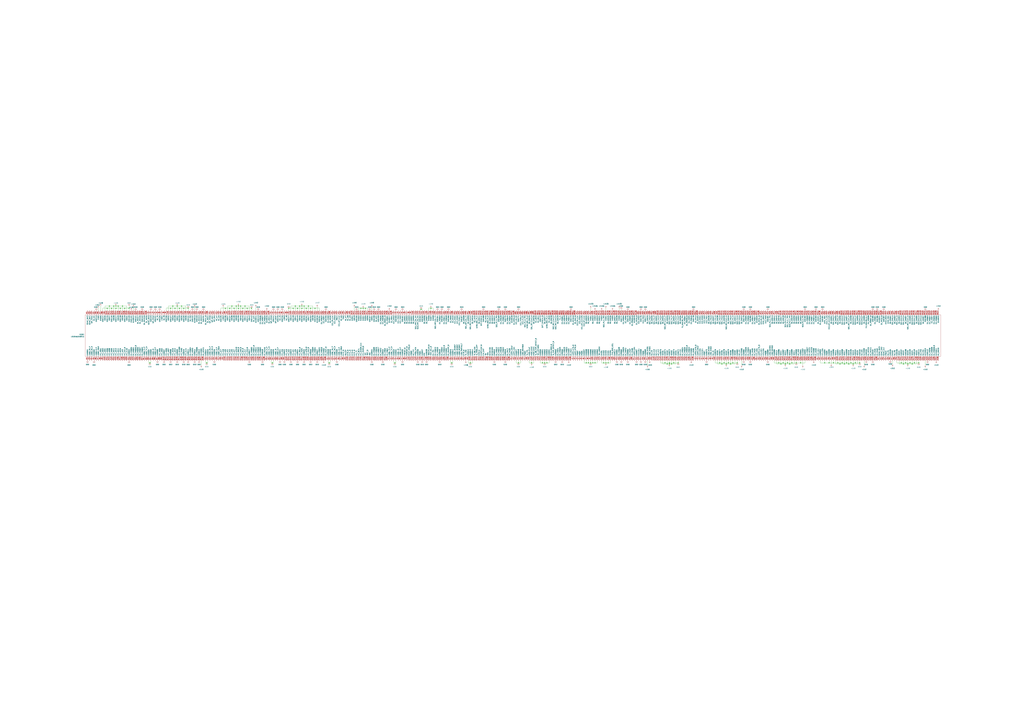
<source format=kicad_sch>
(kicad_sch (version 20211123) (generator eeschema)

  (uuid 8eea7483-42f3-4a35-8541-7f3f683463f6)

  (paper "A0")

  (title_block
    (title "PatekBoard")
    (date "2022-05-01")
    (rev "0.1")
    (company "Pátek - zájmový kroužek, z.s.")
  )

  

  (junction (at 355.6 358.14) (diameter 0) (color 0 0 0 0)
    (uuid 02a6deef-a27e-4f78-9132-f029461a1c12)
  )
  (junction (at 850.9 421.64) (diameter 0) (color 0 0 0 0)
    (uuid 02f5c644-2ab0-473e-9786-8e2dcd9c6a14)
  )
  (junction (at 198.12 358.14) (diameter 0) (color 0 0 0 0)
    (uuid 03b12d4f-de83-45d3-b75e-ea8aae98533e)
  )
  (junction (at 134.62 355.6) (diameter 0) (color 0 0 0 0)
    (uuid 04165067-c88f-420f-9b12-33a083f7e927)
  )
  (junction (at 1066.8 421.64) (diameter 0) (color 0 0 0 0)
    (uuid 09013e6f-4a2a-41ca-856a-ad4d01809859)
  )
  (junction (at 706.12 421.64) (diameter 0) (color 0 0 0 0)
    (uuid 0948506b-7ae6-45cf-a25a-bf0501635bd8)
  )
  (junction (at 772.16 421.64) (diameter 0) (color 0 0 0 0)
    (uuid 1106ad01-1a0a-4f8e-a52e-bcfefd1ac3b6)
  )
  (junction (at 993.14 421.64) (diameter 0) (color 0 0 0 0)
    (uuid 11655e78-4d48-4e5e-8e72-dd96b9f8fc1c)
  )
  (junction (at 914.4 421.64) (diameter 0) (color 0 0 0 0)
    (uuid 167bdafc-114d-49bb-89f6-b144483596af)
  )
  (junction (at 990.6 422.91) (diameter 0) (color 0 0 0 0)
    (uuid 1689c9d5-21cf-4490-a6a8-34001d87c354)
  )
  (junction (at 774.7 422.91) (diameter 0) (color 0 0 0 0)
    (uuid 16b8c2e1-5665-4961-aeea-4677fd476fc5)
  )
  (junction (at 855.98 421.64) (diameter 0) (color 0 0 0 0)
    (uuid 1866518d-ffe9-4919-81c7-30378fb36274)
  )
  (junction (at 972.82 421.64) (diameter 0) (color 0 0 0 0)
    (uuid 1ac168de-e630-4b75-9f29-4269aa468cd1)
  )
  (junction (at 685.8 421.64) (diameter 0) (color 0 0 0 0)
    (uuid 1ecb5455-fca0-4d59-9c33-ae2b95f0604b)
  )
  (junction (at 962.66 421.64) (diameter 0) (color 0 0 0 0)
    (uuid 23a0fd2b-2961-435f-ae37-aa6afadba154)
  )
  (junction (at 1061.72 421.64) (diameter 0) (color 0 0 0 0)
    (uuid 244b9b71-75de-4102-9060-dcce8a4e590c)
  )
  (junction (at 701.04 421.64) (diameter 0) (color 0 0 0 0)
    (uuid 24b5442b-17bc-480c-aaa2-c0c31777f219)
  )
  (junction (at 688.34 421.64) (diameter 0) (color 0 0 0 0)
    (uuid 254bd294-8b71-469e-bab2-1ec75529aaa7)
  )
  (junction (at 127 355.6) (diameter 0) (color 0 0 0 0)
    (uuid 259d8850-6503-4057-bca3-26550b1d5d37)
  )
  (junction (at 276.86 355.6) (diameter 0) (color 0 0 0 0)
    (uuid 27424c40-226c-4f9f-9364-355102fd06cd)
  )
  (junction (at 500.38 358.14) (diameter 0) (color 0 0 0 0)
    (uuid 274c441f-6e06-4f41-9633-2f52e6070162)
  )
  (junction (at 382.27 421.64) (diameter 0) (color 0 0 0 0)
    (uuid 2995e9b7-8c13-4c1a-8bc8-22441d2e231d)
  )
  (junction (at 843.28 422.91) (diameter 0) (color 0 0 0 0)
    (uuid 29e28d3e-1b58-45ec-a958-8cf073e348f8)
  )
  (junction (at 635 421.64) (diameter 0) (color 0 0 0 0)
    (uuid 345c736e-1dce-44d1-b005-cf2e84936c05)
  )
  (junction (at 142.24 355.6) (diameter 0) (color 0 0 0 0)
    (uuid 3512af76-4696-482e-b2af-a8ec57f7531c)
  )
  (junction (at 904.24 421.64) (diameter 0) (color 0 0 0 0)
    (uuid 36fca744-26d5-4db0-8ad0-93a6b5249660)
  )
  (junction (at 350.52 355.6) (diameter 0) (color 0 0 0 0)
    (uuid 384b3562-7d47-475e-8447-a6dffcc8eba5)
  )
  (junction (at 1056.64 421.64) (diameter 0) (color 0 0 0 0)
    (uuid 38be5968-a4f4-4728-97a9-e8cf8d28eaca)
  )
  (junction (at 916.94 422.91) (diameter 0) (color 0 0 0 0)
    (uuid 3d231936-cf1b-4fd8-96a2-66436c4afe53)
  )
  (junction (at 629.92 421.64) (diameter 0) (color 0 0 0 0)
    (uuid 3f9eb0bb-1a45-4f89-a47c-629c82b65690)
  )
  (junction (at 998.22 421.64) (diameter 0) (color 0 0 0 0)
    (uuid 42bcbecd-86cc-4a22-9ac7-7270bbf1e820)
  )
  (junction (at 208.28 358.14) (diameter 0) (color 0 0 0 0)
    (uuid 4444d2b1-1fa4-485c-839c-8b37e88e4c5d)
  )
  (junction (at 782.32 421.64) (diameter 0) (color 0 0 0 0)
    (uuid 44ba8ab9-af0f-4697-b8c4-7af0c73e50c0)
  )
  (junction (at 929.64 421.64) (diameter 0) (color 0 0 0 0)
    (uuid 47a16862-cad6-4618-b9e9-712a4987b837)
  )
  (junction (at 1054.1 422.91) (diameter 0) (color 0 0 0 0)
    (uuid 491aef22-36fd-416a-b472-28767397b39c)
  )
  (junction (at 909.32 421.64) (diameter 0) (color 0 0 0 0)
    (uuid 49e6d8d3-17b7-4697-b7ea-1e7f3fe4b78a)
  )
  (junction (at 680.72 421.64) (diameter 0) (color 0 0 0 0)
    (uuid 4b671f07-6b04-49e5-83e4-3d7aca1859fa)
  )
  (junction (at 977.9 421.64) (diameter 0) (color 0 0 0 0)
    (uuid 4f30139a-c649-423c-b15c-df625ab4b923)
  )
  (junction (at 848.36 422.91) (diameter 0) (color 0 0 0 0)
    (uuid 5179b8c3-28c3-4e54-8861-a82515beb441)
  )
  (junction (at 149.86 358.14) (diameter 0) (color 0 0 0 0)
    (uuid 52703aad-01ae-4620-99c9-237740a2221d)
  )
  (junction (at 173.99 421.64) (diameter 0) (color 0 0 0 0)
    (uuid 53bd3dcf-7a08-41dd-8b06-6b103459afab)
  )
  (junction (at 777.24 422.91) (diameter 0) (color 0 0 0 0)
    (uuid 5612e600-918b-42f8-90f8-91a4c159f238)
  )
  (junction (at 980.44 422.91) (diameter 0) (color 0 0 0 0)
    (uuid 56360ba2-00af-42d7-b28d-67a12041aaf9)
  )
  (junction (at 203.2 358.14) (diameter 0) (color 0 0 0 0)
    (uuid 5a9fadc5-335c-4276-96f7-b2dff412bab1)
  )
  (junction (at 703.58 421.64) (diameter 0) (color 0 0 0 0)
    (uuid 5c90e36b-e0c7-4c74-af78-6752280100b9)
  )
  (junction (at 269.24 355.6) (diameter 0) (color 0 0 0 0)
    (uuid 68627b25-305a-41c3-8d39-8efa37667fdc)
  )
  (junction (at 546.1 421.64) (diameter 0) (color 0 0 0 0)
    (uuid 6e83b69a-5db4-4dad-8f84-715f7f46f457)
  )
  (junction (at 488.95 359.41) (diameter 0) (color 0 0 0 0)
    (uuid 6f1cb7ff-f455-4877-88ca-20400e585520)
  )
  (junction (at 988.06 421.64) (diameter 0) (color 0 0 0 0)
    (uuid 7055ac8d-a6ae-459d-9178-0c4d0598bbf9)
  )
  (junction (at 967.74 421.64) (diameter 0) (color 0 0 0 0)
    (uuid 72d655a5-fd9c-4d5e-bda8-a579471bfefc)
  )
  (junction (at 919.48 421.64) (diameter 0) (color 0 0 0 0)
    (uuid 7414d656-dd39-46ef-a521-c9f3f1f6c66c)
  )
  (junction (at 617.22 421.64) (diameter 0) (color 0 0 0 0)
    (uuid 764c549a-5721-4a68-82fa-e104fb39d31f)
  )
  (junction (at 365.76 358.14) (diameter 0) (color 0 0 0 0)
    (uuid 78a52280-7388-4179-8d70-1f2346b01b12)
  )
  (junction (at 840.74 421.64) (diameter 0) (color 0 0 0 0)
    (uuid 7aad0d26-173a-4add-b406-44d1b08f865a)
  )
  (junction (at 340.36 358.14) (diameter 0) (color 0 0 0 0)
    (uuid 7ab1537a-270e-4f16-a302-0f725f4cb04d)
  )
  (junction (at 353.06 355.6) (diameter 0) (color 0 0 0 0)
    (uuid 7e964713-5c5b-430d-964f-76b2edc53821)
  )
  (junction (at 360.68 358.14) (diameter 0) (color 0 0 0 0)
    (uuid 7eab87e2-5c13-4e2b-8571-f8d8fddc4451)
  )
  (junction (at 957.58 421.64) (diameter 0) (color 0 0 0 0)
    (uuid 7eb18a7c-b8f9-4519-955b-ef57da4fe7dc)
  )
  (junction (at 985.52 422.91) (diameter 0) (color 0 0 0 0)
    (uuid 7fd3b45f-5e04-44fb-8328-cdebe5087bb6)
  )
  (junction (at 261.62 358.14) (diameter 0) (color 0 0 0 0)
    (uuid 82d3c384-2ad1-4b86-941e-63010036e8d6)
  )
  (junction (at 350.52 358.14) (diameter 0) (color 0 0 0 0)
    (uuid 8392c9f2-8948-49c2-bde9-0dd3df8b032c)
  )
  (junction (at 292.1 358.14) (diameter 0) (color 0 0 0 0)
    (uuid 83fccf6d-6935-4a49-9b58-478edd62dc76)
  )
  (junction (at 287.02 358.14) (diameter 0) (color 0 0 0 0)
    (uuid 85c710fb-6eee-4661-a5eb-da5345fdf28d)
  )
  (junction (at 690.88 421.64) (diameter 0) (color 0 0 0 0)
    (uuid 8981ed6b-173c-43e1-830f-1c938b081d9e)
  )
  (junction (at 787.4 421.64) (diameter 0) (color 0 0 0 0)
    (uuid 8ea8a74c-6829-4e2f-b795-270056504f4f)
  )
  (junction (at 205.74 355.6) (diameter 0) (color 0 0 0 0)
    (uuid 8ef20f8c-04f6-4c24-a6f5-0e65cb43359d)
  )
  (junction (at 906.78 422.91) (diameter 0) (color 0 0 0 0)
    (uuid 8f950f5d-fdc4-46a5-b8a5-e024b1aba6bb)
  )
  (junction (at 419.1 358.14) (diameter 0) (color 0 0 0 0)
    (uuid 903f4d5b-658c-40d0-b979-ffca9bec8c65)
  )
  (junction (at 924.56 421.64) (diameter 0) (color 0 0 0 0)
    (uuid 9900d3a2-a3ea-4e75-afa9-9a9094730177)
  )
  (junction (at 524.51 421.64) (diameter 0) (color 0 0 0 0)
    (uuid 9aec27dd-065b-43ec-b717-1fbb5e4f6d1e)
  )
  (junction (at 124.46 358.14) (diameter 0) (color 0 0 0 0)
    (uuid 9d805e5b-3132-4d19-8a64-e1454036ab84)
  )
  (junction (at 276.86 358.14) (diameter 0) (color 0 0 0 0)
    (uuid 9f6c3bd7-314a-4eeb-a743-ecd5412f5471)
  )
  (junction (at 358.14 355.6) (diameter 0) (color 0 0 0 0)
    (uuid 9fd6b5a6-754c-4699-a4e8-486d05931ff1)
  )
  (junction (at 601.98 421.64) (diameter 0) (color 0 0 0 0)
    (uuid a02da5d4-2c9b-4cef-9232-3ab16943b476)
  )
  (junction (at 424.18 358.14) (diameter 0) (color 0 0 0 0)
    (uuid a14a9393-04f3-4a76-b6f6-29fe4ed0d952)
  )
  (junction (at 342.9 355.6) (diameter 0) (color 0 0 0 0)
    (uuid a37ab503-3240-440c-9ce2-07ac013cdbed)
  )
  (junction (at 200.66 355.6) (diameter 0) (color 0 0 0 0)
    (uuid a60027f0-3ab8-48e6-833e-8c6bd92779c5)
  )
  (junction (at 835.66 421.64) (diameter 0) (color 0 0 0 0)
    (uuid a7285795-3c47-4483-96c4-dc189a42205d)
  )
  (junction (at 335.28 358.14) (diameter 0) (color 0 0 0 0)
    (uuid a89d2a44-c984-4edc-8696-027f1c509e08)
  )
  (junction (at 1059.18 422.91) (diameter 0) (color 0 0 0 0)
    (uuid ab944708-1a91-4f09-ae64-e5ee86616cdd)
  )
  (junction (at 139.7 358.14) (diameter 0) (color 0 0 0 0)
    (uuid ae3f2710-58e4-4cb4-acbd-8b588605d24d)
  )
  (junction (at 1049.02 422.91) (diameter 0) (color 0 0 0 0)
    (uuid b53cd8a5-4d3a-4e28-a8b5-005e707a2d97)
  )
  (junction (at 279.4 355.6) (diameter 0) (color 0 0 0 0)
    (uuid b6271e4c-825f-4670-9b21-6c7faf389012)
  )
  (junction (at 838.2 422.91) (diameter 0) (color 0 0 0 0)
    (uuid b8480968-25ae-4dca-9880-13f1a4be0c0f)
  )
  (junction (at 266.7 358.14) (diameter 0) (color 0 0 0 0)
    (uuid b98ea6db-51da-4533-9606-07a493ce0a49)
  )
  (junction (at 132.08 355.6) (diameter 0) (color 0 0 0 0)
    (uuid c01d6d81-9e71-47cd-847b-595c4335289d)
  )
  (junction (at 137.16 355.6) (diameter 0) (color 0 0 0 0)
    (uuid c5dc2f71-36a0-4132-a7d9-107611f6905e)
  )
  (junction (at 134.62 358.14) (diameter 0) (color 0 0 0 0)
    (uuid c6e76c34-072a-4998-8cc8-8e0b555f8e57)
  )
  (junction (at 281.94 358.14) (diameter 0) (color 0 0 0 0)
    (uuid c7b5ee06-0133-4734-b0c4-2ce30a3ba8ed)
  )
  (junction (at 845.82 421.64) (diameter 0) (color 0 0 0 0)
    (uuid c91875c8-7bb4-4a92-9c74-0dc06e737da4)
  )
  (junction (at 347.98 355.6) (diameter 0) (color 0 0 0 0)
    (uuid c9f9d1e9-12ea-4ca3-9cf9-99d92c3f8aa3)
  )
  (junction (at 284.48 355.6) (diameter 0) (color 0 0 0 0)
    (uuid ca3a3a47-c47e-4923-9da9-1f34f111c063)
  )
  (junction (at 213.36 358.14) (diameter 0) (color 0 0 0 0)
    (uuid cc484ac9-ae2e-439d-b4fd-284b5eb8ba06)
  )
  (junction (at 458.47 421.64) (diameter 0) (color 0 0 0 0)
    (uuid ce591ebd-9057-4ef6-9e08-88697f90f266)
  )
  (junction (at 1051.56 421.64) (diameter 0) (color 0 0 0 0)
    (uuid d18b79d3-d72b-438e-9e9d-f9ca6c48e3bb)
  )
  (junction (at 632.46 421.64) (diameter 0) (color 0 0 0 0)
    (uuid d2863878-c417-4b6b-8d50-26e42ce3cb8c)
  )
  (junction (at 271.78 358.14) (diameter 0) (color 0 0 0 0)
    (uuid d54a2d06-2dab-430d-b6f9-2f43c981fc0d)
  )
  (junction (at 683.26 421.64) (diameter 0) (color 0 0 0 0)
    (uuid d737739e-8efe-4bb2-8d26-58345d9f5fb8)
  )
  (junction (at 210.82 355.6) (diameter 0) (color 0 0 0 0)
    (uuid d86fc652-ffdb-43d6-9149-bd5bdadca8dd)
  )
  (junction (at 129.54 358.14) (diameter 0) (color 0 0 0 0)
    (uuid d91ccf66-7f0d-4c82-be68-391d60d30e09)
  )
  (junction (at 777.24 421.64) (diameter 0) (color 0 0 0 0)
    (uuid da6ad197-3e23-4744-9527-40840a5d3705)
  )
  (junction (at 144.78 358.14) (diameter 0) (color 0 0 0 0)
    (uuid db8a83b3-18c6-4a30-877a-cc3badff4c2f)
  )
  (junction (at 240.03 421.64) (diameter 0) (color 0 0 0 0)
    (uuid e09cfa57-005a-4c62-9f84-90bcea65919a)
  )
  (junction (at 982.98 421.64) (diameter 0) (color 0 0 0 0)
    (uuid e325fc34-d97d-40fe-8d42-d5140d8c29cd)
  )
  (junction (at 218.44 358.14) (diameter 0) (color 0 0 0 0)
    (uuid e3769e6a-c86b-4ff0-89c7-6a9f43ac3196)
  )
  (junction (at 316.23 421.64) (diameter 0) (color 0 0 0 0)
    (uuid e3eea7ca-d777-496e-b920-2596556fe23c)
  )
  (junction (at 1046.48 421.64) (diameter 0) (color 0 0 0 0)
    (uuid e880aaa6-9c86-48e8-aca4-1a435387f0ce)
  )
  (junction (at 975.36 422.91) (diameter 0) (color 0 0 0 0)
    (uuid e93e865e-152f-42fb-878d-bb1c856b88b3)
  )
  (junction (at 421.64 358.14) (diameter 0) (color 0 0 0 0)
    (uuid ecd50774-77eb-4226-ac23-e1323744830e)
  )
  (junction (at 274.32 355.6) (diameter 0) (color 0 0 0 0)
    (uuid ecffe8cb-e08b-4b58-9688-2cc7aca1c4d6)
  )
  (junction (at 779.78 422.91) (diameter 0) (color 0 0 0 0)
    (uuid ed5ff864-cb56-4bf1-a06e-dd6c0755eba1)
  )
  (junction (at 345.44 358.14) (diameter 0) (color 0 0 0 0)
    (uuid edc08b96-fd8d-4ee8-a0ce-85a5beebb229)
  )
  (junction (at 911.86 422.91) (diameter 0) (color 0 0 0 0)
    (uuid fbea0181-89f5-4116-8ad2-0594e30e0d21)
  )

  (wire (pts (xy 210.82 355.6) (xy 215.9 355.6))
    (stroke (width 0) (type default) (color 0 0 0 0))
    (uuid 00ef07e3-31bc-4245-b747-f37ce50454dc)
  )
  (wire (pts (xy 218.44 358.14) (xy 218.44 360.68))
    (stroke (width 0) (type default) (color 0 0 0 0))
    (uuid 01ea1bee-2abc-4027-ab1a-1a3094a08fd6)
  )
  (wire (pts (xy 172.72 421.64) (xy 173.99 421.64))
    (stroke (width 0) (type default) (color 0 0 0 0))
    (uuid 02320ff4-4a71-46a7-9efd-4de9d0d61a3c)
  )
  (wire (pts (xy 774.7 419.1) (xy 774.7 422.91))
    (stroke (width 0) (type default) (color 0 0 0 0))
    (uuid 024e4695-4a57-4c02-b988-c86c3b9bc0db)
  )
  (wire (pts (xy 292.1 358.14) (xy 292.1 360.68))
    (stroke (width 0) (type default) (color 0 0 0 0))
    (uuid 02ca5a0b-61ab-4813-a499-92f0b98fa9f7)
  )
  (wire (pts (xy 350.52 358.14) (xy 350.52 360.68))
    (stroke (width 0) (type default) (color 0 0 0 0))
    (uuid 03136e46-11de-4999-9c54-da929f524b8f)
  )
  (wire (pts (xy 904.24 419.1) (xy 904.24 421.64))
    (stroke (width 0) (type default) (color 0 0 0 0))
    (uuid 03262eb5-9019-41ab-889d-f3238de17abd)
  )
  (wire (pts (xy 988.06 421.64) (xy 993.14 421.64))
    (stroke (width 0) (type default) (color 0 0 0 0))
    (uuid 04438b89-30aa-4b5f-8d0d-d293c9e4ecff)
  )
  (wire (pts (xy 137.16 355.6) (xy 142.24 355.6))
    (stroke (width 0) (type default) (color 0 0 0 0))
    (uuid 067cd23a-041d-47b6-88f6-2e7497371992)
  )
  (wire (pts (xy 779.78 422.91) (xy 777.24 422.91))
    (stroke (width 0) (type default) (color 0 0 0 0))
    (uuid 09c3bb4b-6bd7-4701-8f8e-09c49378ffac)
  )
  (wire (pts (xy 172.72 419.1) (xy 172.72 421.64))
    (stroke (width 0) (type default) (color 0 0 0 0))
    (uuid 0a6da94b-d488-41c6-ba14-65763d1b36b1)
  )
  (wire (pts (xy 701.04 421.64) (xy 703.58 421.64))
    (stroke (width 0) (type default) (color 0 0 0 0))
    (uuid 0aa8b6ef-84cb-44b5-8dd2-b520b090222c)
  )
  (wire (pts (xy 226.06 356.87) (xy 226.06 360.68))
    (stroke (width 0) (type default) (color 0 0 0 0))
    (uuid 0ae71ead-6018-43d4-987a-35c3cde3ce14)
  )
  (wire (pts (xy 317.5 421.64) (xy 316.23 421.64))
    (stroke (width 0) (type default) (color 0 0 0 0))
    (uuid 0bcf2fd2-436f-4e6d-a1e7-81554b514e06)
  )
  (wire (pts (xy 314.96 419.1) (xy 314.96 421.64))
    (stroke (width 0) (type default) (color 0 0 0 0))
    (uuid 0e82bc35-2209-4c49-aa68-76e84a2038a6)
  )
  (wire (pts (xy 276.86 358.14) (xy 276.86 360.68))
    (stroke (width 0) (type default) (color 0 0 0 0))
    (uuid 0ee3a88c-c6ff-4d02-a2f2-70c5504c0819)
  )
  (wire (pts (xy 546.1 419.1) (xy 546.1 421.64))
    (stroke (width 0) (type default) (color 0 0 0 0))
    (uuid 0f8b14a1-1475-4951-8c8c-eec4467fd9f1)
  )
  (wire (pts (xy 635 421.64) (xy 637.54 421.64))
    (stroke (width 0) (type default) (color 0 0 0 0))
    (uuid 0feec7e9-7b6b-4be6-be60-620bb85dadd7)
  )
  (wire (pts (xy 975.36 422.91) (xy 980.44 422.91))
    (stroke (width 0) (type default) (color 0 0 0 0))
    (uuid 1029ffdf-2adc-4964-92a4-991601c22bd6)
  )
  (wire (pts (xy 967.74 419.1) (xy 967.74 421.64))
    (stroke (width 0) (type default) (color 0 0 0 0))
    (uuid 10be76ec-8f30-49d7-9741-361400c2185b)
  )
  (wire (pts (xy 269.24 355.6) (xy 274.32 355.6))
    (stroke (width 0) (type default) (color 0 0 0 0))
    (uuid 11248ad4-1894-4c0b-b8ed-819283f80477)
  )
  (wire (pts (xy 1061.72 419.1) (xy 1061.72 421.64))
    (stroke (width 0) (type default) (color 0 0 0 0))
    (uuid 119a5026-cab1-4034-ad98-365fdd4e63d6)
  )
  (wire (pts (xy 264.16 355.6) (xy 269.24 355.6))
    (stroke (width 0) (type default) (color 0 0 0 0))
    (uuid 137fefb8-86ef-4842-8407-58785ca05f97)
  )
  (wire (pts (xy 853.44 422.91) (xy 848.36 422.91))
    (stroke (width 0) (type default) (color 0 0 0 0))
    (uuid 1472faca-4864-47bc-b89a-0b2353bf3087)
  )
  (wire (pts (xy 952.5 421.64) (xy 957.58 421.64))
    (stroke (width 0) (type default) (color 0 0 0 0))
    (uuid 14ee10e4-376f-4245-9af4-2b5c6e222fa2)
  )
  (wire (pts (xy 1043.94 422.91) (xy 1049.02 422.91))
    (stroke (width 0) (type default) (color 0 0 0 0))
    (uuid 151804bb-78d4-4ef0-86a2-b63d4670fb9c)
  )
  (wire (pts (xy 487.68 359.41) (xy 488.95 359.41))
    (stroke (width 0) (type default) (color 0 0 0 0))
    (uuid 15c556c9-8a9e-4115-aa99-f5187925c2d4)
  )
  (wire (pts (xy 784.86 422.91) (xy 779.78 422.91))
    (stroke (width 0) (type default) (color 0 0 0 0))
    (uuid 163a4eb8-5590-4e25-9ebf-e856d39d8e27)
  )
  (wire (pts (xy 154.94 356.87) (xy 154.94 360.68))
    (stroke (width 0) (type default) (color 0 0 0 0))
    (uuid 169a6bb8-4714-4b59-9917-e0be2ee87e6c)
  )
  (wire (pts (xy 769.62 422.91) (xy 769.62 419.1))
    (stroke (width 0) (type default) (color 0 0 0 0))
    (uuid 1704d689-cfe9-4637-8bc8-4def52044d9f)
  )
  (wire (pts (xy 213.36 358.14) (xy 218.44 358.14))
    (stroke (width 0) (type default) (color 0 0 0 0))
    (uuid 171a7a6e-155b-4c67-83b5-1928b7a81b68)
  )
  (wire (pts (xy 337.82 355.6) (xy 337.82 360.68))
    (stroke (width 0) (type default) (color 0 0 0 0))
    (uuid 19f947b0-9aec-4aa7-8cf2-587e11ad5229)
  )
  (wire (pts (xy 502.92 358.14) (xy 502.92 360.68))
    (stroke (width 0) (type default) (color 0 0 0 0))
    (uuid 1b254265-2b40-414c-851f-0d03973328cc)
  )
  (wire (pts (xy 1043.94 419.1) (xy 1043.94 422.91))
    (stroke (width 0) (type default) (color 0 0 0 0))
    (uuid 1c12368b-7133-4370-9fac-84326619a1f2)
  )
  (wire (pts (xy 317.5 419.1) (xy 317.5 421.64))
    (stroke (width 0) (type default) (color 0 0 0 0))
    (uuid 1dcdbd8d-ff1e-4974-bade-59f823c9a902)
  )
  (wire (pts (xy 690.88 421.64) (xy 693.42 421.64))
    (stroke (width 0) (type default) (color 0 0 0 0))
    (uuid 1f5952ba-9fb6-4fcd-b347-c166c011622d)
  )
  (wire (pts (xy 614.68 419.1) (xy 614.68 421.64))
    (stroke (width 0) (type default) (color 0 0 0 0))
    (uuid 1f6e3998-43fa-46ca-bd89-c80878f8c3d7)
  )
  (wire (pts (xy 617.22 421.64) (xy 619.76 421.64))
    (stroke (width 0) (type default) (color 0 0 0 0))
    (uuid 1f791973-1906-40c4-93a3-459f93456d43)
  )
  (wire (pts (xy 601.98 421.64) (xy 604.52 421.64))
    (stroke (width 0) (type default) (color 0 0 0 0))
    (uuid 1fa42c2c-32be-414a-80a6-f65ab1e9d1c7)
  )
  (wire (pts (xy 995.68 422.91) (xy 995.68 419.1))
    (stroke (width 0) (type default) (color 0 0 0 0))
    (uuid 1fe90401-e183-4e30-8784-7e3f6a8cf2ee)
  )
  (wire (pts (xy 127 355.6) (xy 132.08 355.6))
    (stroke (width 0) (type default) (color 0 0 0 0))
    (uuid 20dfab1d-33fb-44ad-82b4-6956921ceb8a)
  )
  (wire (pts (xy 772.16 419.1) (xy 772.16 421.64))
    (stroke (width 0) (type default) (color 0 0 0 0))
    (uuid 2111b76d-a000-439e-b2dc-4c02b6c83e40)
  )
  (wire (pts (xy 909.32 419.1) (xy 909.32 421.64))
    (stroke (width 0) (type default) (color 0 0 0 0))
    (uuid 21163df8-fab5-404e-ab85-109907c8afce)
  )
  (wire (pts (xy 116.84 355.6) (xy 116.84 360.68))
    (stroke (width 0) (type default) (color 0 0 0 0))
    (uuid 21fe2c20-301e-4c82-add1-f6f282cd6e4a)
  )
  (wire (pts (xy 1054.1 422.91) (xy 1059.18 422.91))
    (stroke (width 0) (type default) (color 0 0 0 0))
    (uuid 220418b1-56ac-4aa7-bf48-4e37e55684bf)
  )
  (wire (pts (xy 419.1 358.14) (xy 419.1 360.68))
    (stroke (width 0) (type default) (color 0 0 0 0))
    (uuid 220f43ce-266c-40fb-99d3-5c9cbd46f736)
  )
  (wire (pts (xy 777.24 421.64) (xy 782.32 421.64))
    (stroke (width 0) (type default) (color 0 0 0 0))
    (uuid 22792d2f-d39c-4534-a050-80c6fb0aa1ed)
  )
  (wire (pts (xy 198.12 358.14) (xy 198.12 360.68))
    (stroke (width 0) (type default) (color 0 0 0 0))
    (uuid 2395050b-ac3a-4d72-9273-60d81f788c7c)
  )
  (wire (pts (xy 629.92 419.1) (xy 629.92 421.64))
    (stroke (width 0) (type default) (color 0 0 0 0))
    (uuid 23b252b2-77a0-49f1-8131-af1990e8edf3)
  )
  (wire (pts (xy 261.62 358.14) (xy 256.54 358.14))
    (stroke (width 0) (type default) (color 0 0 0 0))
    (uuid 24ca47b2-866f-4c90-ba1b-98c358d573e6)
  )
  (wire (pts (xy 916.94 419.1) (xy 916.94 422.91))
    (stroke (width 0) (type default) (color 0 0 0 0))
    (uuid 2576f3c7-fd5b-49e5-a3d3-eddf60b57186)
  )
  (wire (pts (xy 914.4 419.1) (xy 914.4 421.64))
    (stroke (width 0) (type default) (color 0 0 0 0))
    (uuid 25838e90-e2b4-42f6-9a3b-8571b2d47a7b)
  )
  (wire (pts (xy 721.36 359.41) (xy 721.36 360.68))
    (stroke (width 0) (type default) (color 0 0 0 0))
    (uuid 25d5a457-4497-40ea-b355-c5337578b091)
  )
  (wire (pts (xy 1074.42 424.18) (xy 1074.42 419.1))
    (stroke (width 0) (type default) (color 0 0 0 0))
    (uuid 2614a78a-30bf-4f12-9ebd-b1016b8718a1)
  )
  (wire (pts (xy 835.66 421.64) (xy 840.74 421.64))
    (stroke (width 0) (type default) (color 0 0 0 0))
    (uuid 28bd08f8-e19d-4b2e-9f1e-ce8c5e1d455f)
  )
  (wire (pts (xy 632.46 421.64) (xy 635 421.64))
    (stroke (width 0) (type default) (color 0 0 0 0))
    (uuid 2a44b3eb-d2a6-462a-9e10-8b82da72d4a7)
  )
  (wire (pts (xy 701.04 419.1) (xy 701.04 421.64))
    (stroke (width 0) (type default) (color 0 0 0 0))
    (uuid 2a912132-6639-40a3-b25e-981fe77d63c8)
  )
  (wire (pts (xy 342.9 355.6) (xy 337.82 355.6))
    (stroke (width 0) (type default) (color 0 0 0 0))
    (uuid 2e228e25-77fd-432e-bd26-fab0727f18d5)
  )
  (wire (pts (xy 718.82 358.14) (xy 718.82 360.68))
    (stroke (width 0) (type default) (color 0 0 0 0))
    (uuid 2f1e10ad-9ee2-4a29-93d1-bbb891f56036)
  )
  (wire (pts (xy 142.24 355.6) (xy 142.24 360.68))
    (stroke (width 0) (type default) (color 0 0 0 0))
    (uuid 2f49b4d4-f45f-43b2-a84e-b9ed343a9cc2)
  )
  (wire (pts (xy 850.9 421.64) (xy 855.98 421.64))
    (stroke (width 0) (type default) (color 0 0 0 0))
    (uuid 2fb335ed-231c-4f13-af21-7610f5a7a483)
  )
  (wire (pts (xy 685.8 421.64) (xy 688.34 421.64))
    (stroke (width 0) (type default) (color 0 0 0 0))
    (uuid 307b9376-3582-4710-91bb-34b511890912)
  )
  (wire (pts (xy 269.24 360.68) (xy 269.24 355.6))
    (stroke (width 0) (type default) (color 0 0 0 0))
    (uuid 30db6241-d323-4888-be78-1ac525750d3d)
  )
  (wire (pts (xy 259.08 356.87) (xy 259.08 360.68))
    (stroke (width 0) (type default) (color 0 0 0 0))
    (uuid 32e5f4e4-b1a4-40fd-9e32-d32ddd835c23)
  )
  (wire (pts (xy 848.36 422.91) (xy 843.28 422.91))
    (stroke (width 0) (type default) (color 0 0 0 0))
    (uuid 33527806-e267-46a4-bcde-4532caebf534)
  )
  (wire (pts (xy 848.36 419.1) (xy 848.36 422.91))
    (stroke (width 0) (type default) (color 0 0 0 0))
    (uuid 35cc8f13-6936-43a6-83cf-4fa7d002c6cc)
  )
  (wire (pts (xy 685.8 358.14) (xy 685.8 360.68))
    (stroke (width 0) (type default) (color 0 0 0 0))
    (uuid 362e1ae2-4e52-4499-9c9a-4fe21590ff8d)
  )
  (wire (pts (xy 840.74 421.64) (xy 845.82 421.64))
    (stroke (width 0) (type default) (color 0 0 0 0))
    (uuid 3656fdbf-679b-496a-a037-1e8ce263a95d)
  )
  (wire (pts (xy 1066.8 421.64) (xy 1066.8 419.1))
    (stroke (width 0) (type default) (color 0 0 0 0))
    (uuid 3676f734-aa07-4969-828c-e95e1a885ad5)
  )
  (wire (pts (xy 358.14 355.6) (xy 353.06 355.6))
    (stroke (width 0) (type default) (color 0 0 0 0))
    (uuid 3679886a-f143-4a45-9a71-a45bf2f77765)
  )
  (wire (pts (xy 901.7 422.91) (xy 906.78 422.91))
    (stroke (width 0) (type default) (color 0 0 0 0))
    (uuid 36859b2b-5505-4316-ab65-e4f52aeae9bb)
  )
  (wire (pts (xy 119.38 360.68) (xy 119.38 358.14))
    (stroke (width 0) (type default) (color 0 0 0 0))
    (uuid 37c8cdf6-7e45-4320-a6b0-99edfcf33f80)
  )
  (wire (pts (xy 241.3 419.1) (xy 241.3 421.64))
    (stroke (width 0) (type default) (color 0 0 0 0))
    (uuid 388e76f2-5c3c-476a-abdb-7bb570c386fb)
  )
  (wire (pts (xy 914.4 421.64) (xy 919.48 421.64))
    (stroke (width 0) (type default) (color 0 0 0 0))
    (uuid 3a217d44-5b24-46e9-bdca-b179c46522b6)
  )
  (wire (pts (xy 525.78 421.64) (xy 524.51 421.64))
    (stroke (width 0) (type default) (color 0 0 0 0))
    (uuid 3a3164e9-401a-4e50-bee1-a12717def846)
  )
  (wire (pts (xy 368.3 356.87) (xy 368.3 360.68))
    (stroke (width 0) (type default) (color 0 0 0 0))
    (uuid 3abcc173-1b1c-40a4-8beb-adf1f1b1b822)
  )
  (wire (pts (xy 845.82 419.1) (xy 845.82 421.64))
    (stroke (width 0) (type default) (color 0 0 0 0))
    (uuid 3c2f8342-396a-4b02-a1f6-2e7d09379c4c)
  )
  (wire (pts (xy 198.12 358.14) (xy 203.2 358.14))
    (stroke (width 0) (type default) (color 0 0 0 0))
    (uuid 3d61dfac-ef1b-4855-84b3-524c1a41df0d)
  )
  (wire (pts (xy 289.56 355.6) (xy 289.56 360.68))
    (stroke (width 0) (type default) (color 0 0 0 0))
    (uuid 3e45a67e-4639-4640-9375-fef33ad89077)
  )
  (wire (pts (xy 980.44 419.1) (xy 980.44 422.91))
    (stroke (width 0) (type default) (color 0 0 0 0))
    (uuid 3fad7299-4317-4408-805d-0e9b41cde7e1)
  )
  (wire (pts (xy 629.92 421.64) (xy 632.46 421.64))
    (stroke (width 0) (type default) (color 0 0 0 0))
    (uuid 40757d4e-0933-4fdc-bd6a-8e6fc7b5523f)
  )
  (wire (pts (xy 779.78 419.1) (xy 779.78 422.91))
    (stroke (width 0) (type default) (color 0 0 0 0))
    (uuid 415f43ab-7afc-417c-b3f2-8c90c8fbca37)
  )
  (wire (pts (xy 703.58 419.1) (xy 703.58 421.64))
    (stroke (width 0) (type default) (color 0 0 0 0))
    (uuid 4223fcdf-79c2-40ec-93dc-7c05ecf08cf5)
  )
  (wire (pts (xy 276.86 358.14) (xy 271.78 358.14))
    (stroke (width 0) (type default) (color 0 0 0 0))
    (uuid 43ba7b0a-1571-4adc-9168-7dd64c75b13f)
  )
  (wire (pts (xy 772.16 421.64) (xy 767.08 421.64))
    (stroke (width 0) (type default) (color 0 0 0 0))
    (uuid 46682142-ea96-4384-9bec-1ab7a150d870)
  )
  (wire (pts (xy 139.7 358.14) (xy 139.7 360.68))
    (stroke (width 0) (type default) (color 0 0 0 0))
    (uuid 481021ec-6aaf-4817-b701-ffd114726d0e)
  )
  (wire (pts (xy 706.12 421.64) (xy 708.66 421.64))
    (stroke (width 0) (type default) (color 0 0 0 0))
    (uuid 48d75d66-bf47-41f1-aa14-381aa06ff334)
  )
  (wire (pts (xy 203.2 358.14) (xy 203.2 360.68))
    (stroke (width 0) (type default) (color 0 0 0 0))
    (uuid 49131b3c-8e6c-404c-b722-8d18749461c7)
  )
  (wire (pts (xy 284.48 355.6) (xy 289.56 355.6))
    (stroke (width 0) (type default) (color 0 0 0 0))
    (uuid 4915eb2b-bcdb-40ac-a3e1-e5a3654be8d4)
  )
  (wire (pts (xy 134.62 358.14) (xy 134.62 360.68))
    (stroke (width 0) (type default) (color 0 0 0 0))
    (uuid 4939567f-b084-4ae8-a29c-faeef6a8d952)
  )
  (wire (pts (xy 627.38 421.64) (xy 629.92 421.64))
    (stroke (width 0) (type default) (color 0 0 0 0))
    (uuid 494e5eb1-7f70-43f3-9605-bd716c371be9)
  )
  (wire (pts (xy 853.44 419.1) (xy 853.44 422.91))
    (stroke (width 0) (type default) (color 0 0 0 0))
    (uuid 4b446781-f761-4c5c-ab1b-f55c2d8f1a99)
  )
  (wire (pts (xy 271.78 358.14) (xy 271.78 360.68))
    (stroke (width 0) (type default) (color 0 0 0 0))
    (uuid 4bbea830-0768-4ac6-8caa-3112b5e7b940)
  )
  (wire (pts (xy 238.76 421.64) (xy 240.03 421.64))
    (stroke (width 0) (type default) (color 0 0 0 0))
    (uuid 4d2a5be0-a08d-4c6c-82bd-0d89093f9d70)
  )
  (wire (pts (xy 340.36 358.14) (xy 340.36 360.68))
    (stroke (width 0) (type default) (color 0 0 0 0))
    (uuid 4d737a88-071f-410c-a7ad-81e700043c5f)
  )
  (wire (pts (xy 347.98 355.6) (xy 342.9 355.6))
    (stroke (width 0) (type default) (color 0 0 0 0))
    (uuid 4df3ae61-2736-4f78-8206-1e18902cd6fb)
  )
  (wire (pts (xy 911.86 419.1) (xy 911.86 422.91))
    (stroke (width 0) (type default) (color 0 0 0 0))
    (uuid 4f17d412-8667-43a1-8aae-4327329f03cd)
  )
  (wire (pts (xy 193.04 358.14) (xy 198.12 358.14))
    (stroke (width 0) (type default) (color 0 0 0 0))
    (uuid 4fdd29cb-3f5f-493c-8f69-796b0a7368a1)
  )
  (wire (pts (xy 1041.4 421.64) (xy 1046.48 421.64))
    (stroke (width 0) (type default) (color 0 0 0 0))
    (uuid 502041bc-cdaf-4879-8f4f-ae37713fca0e)
  )
  (wire (pts (xy 688.34 419.1) (xy 688.34 421.64))
    (stroke (width 0) (type default) (color 0 0 0 0))
    (uuid 503a787b-7c8c-4da2-9e50-6b7b67c11e3b)
  )
  (wire (pts (xy 833.12 422.91) (xy 833.12 419.1))
    (stroke (width 0) (type default) (color 0 0 0 0))
    (uuid 50aa5d08-fc49-4168-8c34-4d8b0d5cfabf)
  )
  (wire (pts (xy 637.54 419.1) (xy 637.54 421.64))
    (stroke (width 0) (type default) (color 0 0 0 0))
    (uuid 50d8e014-4c19-4cda-935a-b4563e033acd)
  )
  (wire (pts (xy 706.12 419.1) (xy 706.12 421.64))
    (stroke (width 0) (type default) (color 0 0 0 0))
    (uuid 511acae3-a091-4f77-aff9-f3e4df2d1481)
  )
  (wire (pts (xy 523.24 421.64) (xy 524.51 421.64))
    (stroke (width 0) (type default) (color 0 0 0 0))
    (uuid 514d8ee7-cdfe-4ab0-b680-3f971aa3a0be)
  )
  (wire (pts (xy 370.84 358.14) (xy 365.76 358.14))
    (stroke (width 0) (type default) (color 0 0 0 0))
    (uuid 52428705-e432-48e4-9039-961cc5bc7d28)
  )
  (wire (pts (xy 233.68 424.18) (xy 233.68 419.1))
    (stroke (width 0) (type default) (color 0 0 0 0))
    (uuid 52985e99-2bde-4227-90d7-fe7a8388e7ce)
  )
  (wire (pts (xy 431.8 356.87) (xy 431.8 360.68))
    (stroke (width 0) (type default) (color 0 0 0 0))
    (uuid 53213821-b1a1-4819-a624-51a7c5545f95)
  )
  (wire (pts (xy 525.78 419.1) (xy 525.78 421.64))
    (stroke (width 0) (type default) (color 0 0 0 0))
    (uuid 53c3f9ae-2d25-48e4-83d8-cd0edbbeddcc)
  )
  (wire (pts (xy 1056.64 419.1) (xy 1056.64 421.64))
    (stroke (width 0) (type default) (color 0 0 0 0))
    (uuid 540ae7a4-fb58-4169-8aaf-c8eac9ae261f)
  )
  (wire (pts (xy 690.88 419.1) (xy 690.88 421.64))
    (stroke (width 0) (type default) (color 0 0 0 0))
    (uuid 54a91355-a483-4762-82d3-383fb82f2790)
  )
  (wire (pts (xy 970.28 422.91) (xy 975.36 422.91))
    (stroke (width 0) (type default) (color 0 0 0 0))
    (uuid 5576e9cb-331d-4a73-b408-dbf03540d99e)
  )
  (wire (pts (xy 909.32 421.64) (xy 914.4 421.64))
    (stroke (width 0) (type default) (color 0 0 0 0))
    (uuid 569d09e9-f6fe-45a2-9ab7-c3c846285335)
  )
  (wire (pts (xy 693.42 419.1) (xy 693.42 421.64))
    (stroke (width 0) (type default) (color 0 0 0 0))
    (uuid 56bec9b0-62b7-4987-b961-df7ca5c8d756)
  )
  (wire (pts (xy 497.84 358.14) (xy 500.38 358.14))
    (stroke (width 0) (type default) (color 0 0 0 0))
    (uuid 56d1b8be-bbda-4fd0-9fc3-03056be86c19)
  )
  (wire (pts (xy 261.62 358.14) (xy 261.62 360.68))
    (stroke (width 0) (type default) (color 0 0 0 0))
    (uuid 58138f9b-cd09-4b8a-92c6-be58b1a212a2)
  )
  (wire (pts (xy 365.76 358.14) (xy 365.76 360.68))
    (stroke (width 0) (type default) (color 0 0 0 0))
    (uuid 59206ab4-15ec-4a86-bc97-3532f9328140)
  )
  (wire (pts (xy 601.98 419.1) (xy 601.98 421.64))
    (stroke (width 0) (type default) (color 0 0 0 0))
    (uuid 596572b1-f385-4f3a-8bca-7190f60a01ee)
  )
  (wire (pts (xy 835.66 421.64) (xy 830.58 421.64))
    (stroke (width 0) (type default) (color 0 0 0 0))
    (uuid 59a97ce0-4552-4615-8762-c0b8fbbcc7e1)
  )
  (wire (pts (xy 751.84 424.18) (xy 751.84 419.1))
    (stroke (width 0) (type default) (color 0 0 0 0))
    (uuid 5ac1aa77-ceab-49a4-9251-3cddfed75de1)
  )
  (wire (pts (xy 421.64 358.14) (xy 424.18 358.14))
    (stroke (width 0) (type default) (color 0 0 0 0))
    (uuid 5c0df55f-24fb-424b-a732-e3302504cff1)
  )
  (wire (pts (xy 1046.48 419.1) (xy 1046.48 421.64))
    (stroke (width 0) (type default) (color 0 0 0 0))
    (uuid 6176fab1-1154-44db-8a34-f7dab2c649e2)
  )
  (wire (pts (xy 988.06 419.1) (xy 988.06 421.64))
    (stroke (width 0) (type default) (color 0 0 0 0))
    (uuid 62debdbc-63d7-45b9-85ca-52308ce827a4)
  )
  (wire (pts (xy 284.48 355.6) (xy 284.48 360.68))
    (stroke (width 0) (type default) (color 0 0 0 0))
    (uuid 649f3c3d-a4e5-40da-bb6b-181371b36485)
  )
  (wire (pts (xy 490.22 359.41) (xy 488.95 359.41))
    (stroke (width 0) (type default) (color 0 0 0 0))
    (uuid 64b70785-7347-4340-978a-4b920ab4843f)
  )
  (wire (pts (xy 957.58 419.1) (xy 957.58 421.64))
    (stroke (width 0) (type default) (color 0 0 0 0))
    (uuid 64f8e16b-5df8-4128-b4d5-dbdd24108682)
  )
  (wire (pts (xy 340.36 358.14) (xy 335.28 358.14))
    (stroke (width 0) (type default) (color 0 0 0 0))
    (uuid 650c577e-e9a2-42b1-952f-0d6e46d80f40)
  )
  (wire (pts (xy 210.82 355.6) (xy 210.82 360.68))
    (stroke (width 0) (type default) (color 0 0 0 0))
    (uuid 6558fd95-860d-412f-b5dc-f343b58ca42c)
  )
  (wire (pts (xy 899.16 419.1) (xy 899.16 421.64))
    (stroke (width 0) (type default) (color 0 0 0 0))
    (uuid 66f8b165-4c45-4a28-ba5e-ccbe9f122193)
  )
  (wire (pts (xy 698.5 419.1) (xy 698.5 421.64))
    (stroke (width 0) (type default) (color 0 0 0 0))
    (uuid 67f44cd2-9ba8-492d-8230-9857033bf597)
  )
  (wire (pts (xy 962.66 419.1) (xy 962.66 421.64))
    (stroke (width 0) (type default) (color 0 0 0 0))
    (uuid 67fdad2e-f28c-4084-a266-e9e1920a1d85)
  )
  (wire (pts (xy 698.5 421.64) (xy 701.04 421.64))
    (stroke (width 0) (type default) (color 0 0 0 0))
    (uuid 69e86a7c-2783-4262-8251-a1e09eca8397)
  )
  (wire (pts (xy 271.78 358.14) (xy 266.7 358.14))
    (stroke (width 0) (type default) (color 0 0 0 0))
    (uuid 6acb1257-d24a-46e5-b3f5-17875ac69b01)
  )
  (wire (pts (xy 703.58 358.14) (xy 703.58 360.68))
    (stroke (width 0) (type default) (color 0 0 0 0))
    (uuid 6b1de0d9-4850-4df4-b2a7-4ca03b1f4521)
  )
  (wire (pts (xy 175.26 421.64) (xy 173.99 421.64))
    (stroke (width 0) (type default) (color 0 0 0 0))
    (uuid 6c4ba191-0037-4589-8079-fe5a02117bff)
  )
  (wire (pts (xy 149.86 358.14) (xy 149.86 360.68))
    (stroke (width 0) (type default) (color 0 0 0 0))
    (uuid 6c59adb3-a38f-4cc3-9a03-e782d9bba195)
  )
  (wire (pts (xy 784.86 419.1) (xy 784.86 422.91))
    (stroke (width 0) (type default) (color 0 0 0 0))
    (uuid 6d475026-538f-4781-80f9-86e90b57eaf0)
  )
  (wire (pts (xy 274.32 355.6) (xy 276.86 355.6))
    (stroke (width 0) (type default) (color 0 0 0 0))
    (uuid 6e1846d6-51fe-40ff-b413-44e9a19834f6)
  )
  (wire (pts (xy 132.08 355.6) (xy 134.62 355.6))
    (stroke (width 0) (type default) (color 0 0 0 0))
    (uuid 6e8bf2f5-81ef-4a05-8b0e-26d82b65d701)
  )
  (wire (pts (xy 350.52 355.6) (xy 347.98 355.6))
    (stroke (width 0) (type default) (color 0 0 0 0))
    (uuid 6fc6b97f-9334-4299-9805-48a5a57c78e8)
  )
  (wire (pts (xy 904.24 421.64) (xy 909.32 421.64))
    (stroke (width 0) (type default) (color 0 0 0 0))
    (uuid 7187c9f0-dd25-469e-8695-62e568ec84f9)
  )
  (wire (pts (xy 213.36 358.14) (xy 213.36 360.68))
    (stroke (width 0) (type default) (color 0 0 0 0))
    (uuid 71ee1a36-5693-4d92-bca3-3a83099e4b9a)
  )
  (wire (pts (xy 353.06 355.6) (xy 350.52 355.6))
    (stroke (width 0) (type default) (color 0 0 0 0))
    (uuid 73567505-3e79-4acb-b382-2d60e61e6b2f)
  )
  (wire (pts (xy 281.94 358.14) (xy 281.94 360.68))
    (stroke (width 0) (type default) (color 0 0 0 0))
    (uuid 766da825-394d-4852-a2c8-ddea5a0a9b37)
  )
  (wire (pts (xy 850.9 419.1) (xy 850.9 421.64))
    (stroke (width 0) (type default) (color 0 0 0 0))
    (uuid 76cf0c16-ec29-42bc-988e-8032d360be4c)
  )
  (wire (pts (xy 906.78 422.91) (xy 911.86 422.91))
    (stroke (width 0) (type default) (color 0 0 0 0))
    (uuid 771365a3-8532-405c-be43-948f58cac220)
  )
  (wire (pts (xy 919.48 419.1) (xy 919.48 421.64))
    (stroke (width 0) (type default) (color 0 0 0 0))
    (uuid 77bc2cc3-fc60-4d2c-8f40-5360ac545d72)
  )
  (wire (pts (xy 175.26 419.1) (xy 175.26 421.64))
    (stroke (width 0) (type default) (color 0 0 0 0))
    (uuid 79726bce-5ee7-414b-9079-597ad61bb09f)
  )
  (wire (pts (xy 708.66 421.64) (xy 708.66 419.1))
    (stroke (width 0) (type default) (color 0 0 0 0))
    (uuid 797289e7-5b2d-4b58-8b75-40f05e2e434b)
  )
  (wire (pts (xy 292.1 358.14) (xy 287.02 358.14))
    (stroke (width 0) (type default) (color 0 0 0 0))
    (uuid 7a0078d7-445f-4275-b763-d691ef74074c)
  )
  (wire (pts (xy 543.56 419.1) (xy 543.56 421.64))
    (stroke (width 0) (type default) (color 0 0 0 0))
    (uuid 7ab5703a-8e14-4286-806c-a4ccb6548a6d)
  )
  (wire (pts (xy 982.98 419.1) (xy 982.98 421.64))
    (stroke (width 0) (type default) (color 0 0 0 0))
    (uuid 7e607edc-0193-4a5a-9d27-aa69a84948f7)
  )
  (wire (pts (xy 985.52 422.91) (xy 990.6 422.91))
    (stroke (width 0) (type default) (color 0 0 0 0))
    (uuid 8006ddda-cce0-424e-9452-129bee616e53)
  )
  (wire (pts (xy 457.2 419.1) (xy 457.2 421.64))
    (stroke (width 0) (type default) (color 0 0 0 0))
    (uuid 80334192-c636-4abf-b6ec-50d509d4026d)
  )
  (wire (pts (xy 906.78 419.1) (xy 906.78 422.91))
    (stroke (width 0) (type default) (color 0 0 0 0))
    (uuid 80bcfb94-6e14-44ec-886b-f8a69601c46b)
  )
  (wire (pts (xy 916.94 422.91) (xy 922.02 422.91))
    (stroke (width 0) (type default) (color 0 0 0 0))
    (uuid 8218cbaf-f772-4d6a-b3c7-dcc0e0f22588)
  )
  (wire (pts (xy 297.18 356.87) (xy 297.18 360.68))
    (stroke (width 0) (type default) (color 0 0 0 0))
    (uuid 825a486f-ceb9-4d3e-9eea-a5946bb7e2e2)
  )
  (wire (pts (xy 998.22 421.64) (xy 998.22 419.1))
    (stroke (width 0) (type default) (color 0 0 0 0))
    (uuid 8293077b-4d8d-409c-a94f-1aa66aef7d4d)
  )
  (wire (pts (xy 1041.4 421.64) (xy 1041.4 419.1))
    (stroke (width 0) (type default) (color 0 0 0 0))
    (uuid 833dc3ca-5f5d-42c4-8e71-f9478a5a71c3)
  )
  (wire (pts (xy 363.22 355.6) (xy 358.14 355.6))
    (stroke (width 0) (type default) (color 0 0 0 0))
    (uuid 87846c23-5c4b-4efd-8557-2b676220240b)
  )
  (wire (pts (xy 360.68 358.14) (xy 355.6 358.14))
    (stroke (width 0) (type default) (color 0 0 0 0))
    (uuid 87dd0635-3c34-441d-951e-edd72a9d0d51)
  )
  (wire (pts (xy 421.64 358.14) (xy 421.64 360.68))
    (stroke (width 0) (type default) (color 0 0 0 0))
    (u
... [172684 chars truncated]
</source>
